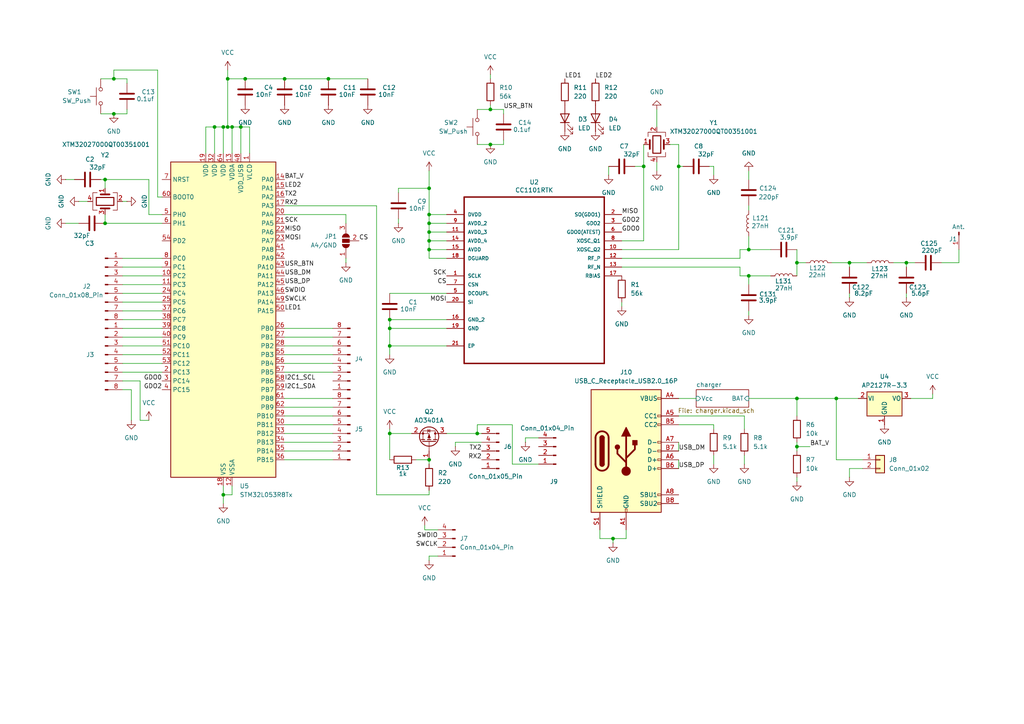
<source format=kicad_sch>
(kicad_sch (version 20231120) (generator "eeschema") (generator_version "8.0")
  (paper "A4")
  (junction (at 71.12 22.86))
  (junction (at 30.48 64.77))
  (junction (at 113.03 100.33))
  (junction (at 113.03 125.73))
  (junction (at 67.31 36.83))
  (junction (at 124.46 54.61))
  (junction (at 217.17 72.39))
  (junction (at 62.23 36.83))
  (junction (at 30.48 52.07))
  (junction (at 142.24 41.91))
  (junction (at 33.02 22.86))
  (junction (at 124.46 72.39))
  (junction (at 95.25 22.86))
  (junction (at 231.14 76.2))
  (junction (at 242.57 115.57))
  (junction (at 262.89 76.2))
  (junction (at 33.02 33.02))
  (junction (at 64.77 36.83))
  (junction (at 124.46 133.35))
  (junction (at 124.46 67.31))
  (junction (at 113.03 95.25))
  (junction (at 124.46 69.85))
  (junction (at 177.8 156.21))
  (junction (at 138.43 125.73))
  (junction (at 64.77 143.51))
  (junction (at 124.46 64.77))
  (junction (at 69.85 36.83))
  (junction (at 186.69 48.26))
  (junction (at 246.38 76.2))
  (junction (at 66.04 36.83))
  (junction (at 82.55 22.86))
  (junction (at 196.85 48.26))
  (junction (at 231.14 115.57))
  (junction (at 113.03 92.71))
  (junction (at 217.17 80.01))
  (junction (at 66.04 22.86))
  (junction (at 124.46 62.23))
  (junction (at 231.14 129.54))
  (junction (at 142.24 31.75))
  (wire (pts (xy 231.14 128.27) (xy 231.14 129.54)))
  (wire (pts (xy 177.8 157.48) (xy 177.8 156.21)))
  (wire (pts (xy 142.24 41.91) (xy 146.05 41.91)))
  (wire (pts (xy 217.17 72.39) (xy 223.52 72.39)))
  (wire (pts (xy 142.24 30.48) (xy 142.24 31.75)))
  (wire (pts (xy 207.01 132.08) (xy 207.01 134.62)))
  (wire (pts (xy 262.89 76.2) (xy 265.43 76.2)))
  (wire (pts (xy 214.63 72.39) (xy 217.17 72.39)))
  (wire (pts (xy 270.51 115.57) (xy 264.16 115.57)))
  (wire (pts (xy 231.14 115.57) (xy 231.14 120.65)))
  (wire (pts (xy 19.05 64.77) (xy 22.86 64.77)))
  (wire (pts (xy 100.33 62.23) (xy 82.55 62.23)))
  (wire (pts (xy 82.55 100.33) (xy 96.52 100.33)))
  (wire (pts (xy 40.64 121.92) (xy 43.18 121.92)))
  (wire (pts (xy 273.05 76.2) (xy 278.13 76.2)))
  (wire (pts (xy 246.38 77.47) (xy 246.38 76.2)))
  (wire (pts (xy 217.17 49.53) (xy 217.17 52.07)))
  (wire (pts (xy 66.04 36.83) (xy 66.04 22.86)))
  (wire (pts (xy 69.85 36.83) (xy 69.85 44.45)))
  (wire (pts (xy 146.05 33.02) (xy 146.05 31.75)))
  (wire (pts (xy 196.85 123.19) (xy 207.01 123.19)))
  (wire (pts (xy 196.85 41.91) (xy 196.85 48.26)))
  (wire (pts (xy 148.59 123.19) (xy 138.43 123.19)))
  (wire (pts (xy 190.5 46.99) (xy 190.5 49.53)))
  (wire (pts (xy 64.77 36.83) (xy 64.77 44.45)))
  (wire (pts (xy 129.54 85.09) (xy 113.03 85.09)))
  (wire (pts (xy 148.59 134.62) (xy 148.59 123.19)))
  (wire (pts (xy 138.43 123.19) (xy 138.43 125.73)))
  (wire (pts (xy 115.57 63.5) (xy 115.57 64.77)))
  (wire (pts (xy 176.53 48.26) (xy 176.53 50.8)))
  (wire (pts (xy 246.38 76.2) (xy 251.46 76.2)))
  (wire (pts (xy 124.46 161.29) (xy 124.46 162.56)))
  (wire (pts (xy 207.01 48.26) (xy 207.01 50.8)))
  (wire (pts (xy 127 153.67) (xy 123.19 153.67)))
  (wire (pts (xy 82.55 107.95) (xy 96.52 107.95)))
  (wire (pts (xy 35.56 102.87) (xy 46.99 102.87)))
  (wire (pts (xy 234.95 129.54) (xy 231.14 129.54)))
  (wire (pts (xy 146.05 41.91) (xy 146.05 40.64)))
  (wire (pts (xy 242.57 115.57) (xy 242.57 133.35)))
  (wire (pts (xy 127 161.29) (xy 124.46 161.29)))
  (wire (pts (xy 30.48 52.07) (xy 29.21 52.07)))
  (wire (pts (xy 231.14 129.54) (xy 231.14 130.81)))
  (wire (pts (xy 67.31 140.97) (xy 67.31 143.51)))
  (wire (pts (xy 124.46 69.85) (xy 124.46 67.31)))
  (wire (pts (xy 82.55 59.69) (xy 109.22 59.69)))
  (wire (pts (xy 173.99 153.67) (xy 173.99 156.21)))
  (wire (pts (xy 35.56 107.95) (xy 46.99 107.95)))
  (wire (pts (xy 231.14 139.7) (xy 231.14 138.43)))
  (wire (pts (xy 82.55 22.86) (xy 95.25 22.86)))
  (wire (pts (xy 207.01 48.26) (xy 205.74 48.26)))
  (wire (pts (xy 95.25 22.86) (xy 106.68 22.86)))
  (wire (pts (xy 113.03 92.71) (xy 113.03 95.25)))
  (wire (pts (xy 69.85 36.83) (xy 72.39 36.83)))
  (wire (pts (xy 30.48 52.07) (xy 30.48 54.61)))
  (wire (pts (xy 124.46 62.23) (xy 129.54 62.23)))
  (wire (pts (xy 35.56 100.33) (xy 46.99 100.33)))
  (wire (pts (xy 35.56 90.17) (xy 46.99 90.17)))
  (wire (pts (xy 119.38 125.73) (xy 113.03 125.73)))
  (wire (pts (xy 35.56 105.41) (xy 46.99 105.41)))
  (wire (pts (xy 196.85 120.65) (xy 215.9 120.65)))
  (wire (pts (xy 45.72 57.15) (xy 45.72 20.32)))
  (wire (pts (xy 35.56 77.47) (xy 46.99 77.47)))
  (wire (pts (xy 156.21 134.62) (xy 148.59 134.62)))
  (wire (pts (xy 100.33 62.23) (xy 100.33 64.77)))
  (wire (pts (xy 82.55 97.79) (xy 96.52 97.79)))
  (wire (pts (xy 72.39 36.83) (xy 72.39 44.45)))
  (wire (pts (xy 36.83 33.02) (xy 36.83 31.75)))
  (wire (pts (xy 43.18 62.23) (xy 43.18 52.07)))
  (wire (pts (xy 138.43 31.75) (xy 142.24 31.75)))
  (wire (pts (xy 231.14 115.57) (xy 242.57 115.57)))
  (wire (pts (xy 231.14 72.39) (xy 231.14 76.2)))
  (wire (pts (xy 113.03 95.25) (xy 113.03 100.33)))
  (wire (pts (xy 66.04 22.86) (xy 71.12 22.86)))
  (wire (pts (xy 113.03 125.73) (xy 113.03 133.35)))
  (wire (pts (xy 43.18 62.23) (xy 46.99 62.23)))
  (wire (pts (xy 82.55 118.11) (xy 96.52 118.11)))
  (wire (pts (xy 67.31 36.83) (xy 67.31 44.45)))
  (wire (pts (xy 120.65 133.35) (xy 124.46 133.35)))
  (wire (pts (xy 124.46 67.31) (xy 124.46 64.77)))
  (wire (pts (xy 67.31 143.51) (xy 64.77 143.51)))
  (wire (pts (xy 129.54 125.73) (xy 138.43 125.73)))
  (wire (pts (xy 124.46 69.85) (xy 129.54 69.85)))
  (wire (pts (xy 214.63 80.01) (xy 217.17 80.01)))
  (wire (pts (xy 109.22 143.51) (xy 124.46 143.51)))
  (wire (pts (xy 186.69 69.85) (xy 186.69 48.26)))
  (wire (pts (xy 113.03 125.73) (xy 113.03 124.46)))
  (wire (pts (xy 190.5 31.75) (xy 190.5 36.83)))
  (wire (pts (xy 262.89 86.36) (xy 262.89 85.09)))
  (wire (pts (xy 196.85 128.27) (xy 196.85 130.81)))
  (wire (pts (xy 36.83 24.13) (xy 36.83 22.86)))
  (wire (pts (xy 124.46 64.77) (xy 124.46 62.23)))
  (wire (pts (xy 62.23 36.83) (xy 64.77 36.83)))
  (wire (pts (xy 124.46 62.23) (xy 124.46 54.61)))
  (wire (pts (xy 196.85 41.91) (xy 194.31 41.91)))
  (wire (pts (xy 35.56 85.09) (xy 46.99 85.09)))
  (wire (pts (xy 82.55 120.65) (xy 96.52 120.65)))
  (wire (pts (xy 217.17 91.44) (xy 217.17 90.17)))
  (wire (pts (xy 35.56 87.63) (xy 46.99 87.63)))
  (wire (pts (xy 262.89 76.2) (xy 262.89 77.47)))
  (wire (pts (xy 46.99 57.15) (xy 45.72 57.15)))
  (wire (pts (xy 124.46 67.31) (xy 129.54 67.31)))
  (wire (pts (xy 35.56 97.79) (xy 46.99 97.79)))
  (wire (pts (xy 21.59 52.07) (xy 19.05 52.07)))
  (wire (pts (xy 36.83 22.86) (xy 33.02 22.86)))
  (wire (pts (xy 35.56 92.71) (xy 46.99 92.71)))
  (wire (pts (xy 30.48 64.77) (xy 46.99 64.77)))
  (wire (pts (xy 59.69 44.45) (xy 59.69 36.83)))
  (wire (pts (xy 113.03 95.25) (xy 129.54 95.25)))
  (wire (pts (xy 124.46 134.62) (xy 124.46 133.35)))
  (wire (pts (xy 66.04 22.86) (xy 66.04 20.32)))
  (wire (pts (xy 152.4 127) (xy 152.4 128.27)))
  (wire (pts (xy 67.31 36.83) (xy 69.85 36.83)))
  (wire (pts (xy 207.01 123.19) (xy 207.01 124.46)))
  (wire (pts (xy 217.17 82.55) (xy 217.17 80.01)))
  (wire (pts (xy 124.46 72.39) (xy 124.46 69.85)))
  (wire (pts (xy 33.02 33.02) (xy 36.83 33.02)))
  (wire (pts (xy 246.38 86.36) (xy 246.38 85.09)))
  (wire (pts (xy 71.12 22.86) (xy 82.55 22.86)))
  (wire (pts (xy 62.23 36.83) (xy 62.23 44.45)))
  (wire (pts (xy 214.63 74.93) (xy 214.63 72.39)))
  (wire (pts (xy 82.55 95.25) (xy 96.52 95.25)))
  (wire (pts (xy 113.03 92.71) (xy 129.54 92.71)))
  (wire (pts (xy 82.55 123.19) (xy 96.52 123.19)))
  (wire (pts (xy 138.43 125.73) (xy 139.7 125.73)))
  (wire (pts (xy 184.15 48.26) (xy 186.69 48.26)))
  (wire (pts (xy 100.33 76.2) (xy 100.33 74.93)))
  (wire (pts (xy 217.17 80.01) (xy 223.52 80.01)))
  (wire (pts (xy 113.03 100.33) (xy 113.03 102.87)))
  (wire (pts (xy 36.83 58.42) (xy 35.56 58.42)))
  (wire (pts (xy 43.18 52.07) (xy 30.48 52.07)))
  (wire (pts (xy 132.08 128.27) (xy 132.08 129.54)))
  (wire (pts (xy 64.77 143.51) (xy 64.77 146.05)))
  (wire (pts (xy 173.99 156.21) (xy 177.8 156.21)))
  (wire (pts (xy 217.17 115.57) (xy 231.14 115.57)))
  (wire (pts (xy 181.61 156.21) (xy 181.61 153.67)))
  (wire (pts (xy 35.56 74.93) (xy 46.99 74.93)))
  (wire (pts (xy 66.04 36.83) (xy 67.31 36.83)))
  (wire (pts (xy 64.77 140.97) (xy 64.77 143.51)))
  (wire (pts (xy 29.21 33.02) (xy 33.02 33.02)))
  (wire (pts (xy 138.43 41.91) (xy 142.24 41.91)))
  (wire (pts (xy 35.56 82.55) (xy 46.99 82.55)))
  (wire (pts (xy 40.64 110.49) (xy 40.64 121.92)))
  (wire (pts (xy 45.72 20.32) (xy 33.02 20.32)))
  (wire (pts (xy 124.46 54.61) (xy 124.46 49.53)))
  (wire (pts (xy 215.9 132.08) (xy 215.9 134.62)))
  (wire (pts (xy 30.48 64.77) (xy 30.48 62.23)))
  (wire (pts (xy 156.21 127) (xy 152.4 127)))
  (wire (pts (xy 82.55 133.35) (xy 96.52 133.35)))
  (wire (pts (xy 33.02 22.86) (xy 29.21 22.86)))
  (wire (pts (xy 259.08 76.2) (xy 262.89 76.2)))
  (wire (pts (xy 180.34 72.39) (xy 196.85 72.39)))
  (wire (pts (xy 64.77 36.83) (xy 66.04 36.83)))
  (wire (pts (xy 180.34 69.85) (xy 186.69 69.85)))
  (wire (pts (xy 270.51 114.3) (xy 270.51 115.57)))
  (wire (pts (xy 180.34 74.93) (xy 214.63 74.93)))
  (wire (pts (xy 115.57 55.88) (xy 115.57 54.61)))
  (wire (pts (xy 123.19 153.67) (xy 123.19 152.4)))
  (wire (pts (xy 124.46 72.39) (xy 129.54 72.39)))
  (wire (pts (xy 233.68 76.2) (xy 231.14 76.2)))
  (wire (pts (xy 215.9 120.65) (xy 215.9 124.46)))
  (wire (pts (xy 82.55 130.81) (xy 96.52 130.81)))
  (wire (pts (xy 35.56 80.01) (xy 46.99 80.01)))
  (wire (pts (xy 82.55 125.73) (xy 96.52 125.73)))
  (wire (pts (xy 139.7 128.27) (xy 132.08 128.27)))
  (wire (pts (xy 33.02 20.32) (xy 33.02 22.86)))
  (wire (pts (xy 278.13 76.2) (xy 278.13 72.39)))
  (wire (pts (xy 196.85 115.57) (xy 201.93 115.57)))
  (wire (pts (xy 186.69 41.91) (xy 186.69 48.26)))
  (wire (pts (xy 38.1 113.03) (xy 35.56 113.03)))
  (wire (pts (xy 180.34 87.63) (xy 180.34 88.9)))
  (wire (pts (xy 198.12 48.26) (xy 196.85 48.26)))
  (wire (pts (xy 35.56 95.25) (xy 46.99 95.25)))
  (wire (pts (xy 242.57 133.35) (xy 250.19 133.35)))
  (wire (pts (xy 246.38 135.89) (xy 246.38 138.43)))
  (wire (pts (xy 124.46 74.93) (xy 124.46 72.39)))
  (wire (pts (xy 25.4 58.42) (xy 22.86 58.42)))
  (wire (pts (xy 196.85 133.35) (xy 196.85 135.89)))
  (wire (pts (xy 124.46 143.51) (xy 124.46 142.24)))
  (wire (pts (xy 124.46 64.77) (xy 129.54 64.77)))
  (wire (pts (xy 129.54 74.93) (xy 124.46 74.93)))
  (wire (pts (xy 142.24 31.75) (xy 146.05 31.75)))
  (wire (pts (xy 180.34 77.47) (xy 214.63 77.47)))
  (wire (pts (xy 115.57 54.61) (xy 124.46 54.61)))
  (wire (pts (xy 231.14 76.2) (xy 231.14 80.01)))
  (wire (pts (xy 113.03 100.33) (xy 129.54 100.33)))
  (wire (pts (xy 82.55 102.87) (xy 96.52 102.87)))
  (wire (pts (xy 196.85 48.26) (xy 196.85 72.39)))
  (wire (pts (xy 250.19 135.89) (xy 246.38 135.89)))
  (wire (pts (xy 82.55 105.41) (xy 96.52 105.41)))
  (wire (pts (xy 38.1 121.92) (xy 38.1 113.03)))
  (wire (pts (xy 177.8 156.21) (xy 181.61 156.21)))
  (wire (pts (xy 217.17 59.69) (xy 217.17 60.96)))
  (wire (pts (xy 59.69 36.83) (xy 62.23 36.83)))
  (wire (pts (xy 109.22 59.69) (xy 109.22 143.51)))
  (wire (pts (xy 241.3 76.2) (xy 246.38 76.2)))
  (wire (pts (xy 82.55 115.57) (xy 96.52 115.57)))
  (wire (pts (xy 214.63 77.47) (xy 214.63 80.01)))
  (wire (pts (xy 82.55 128.27) (xy 96.52 128.27)))
  (wire (pts (xy 217.17 72.39) (xy 217.17 68.58)))
  (wire (pts (xy 35.56 110.49) (xy 40.64 110.49)))
  (wire (pts (xy 142.24 21.59) (xy 142.24 22.86)))
  (wire (pts (xy 248.92 115.57) (xy 242.57 115.57)))
  (label "CS" (at 104.14 69.85 0))
  (label "GDO0" (at 180.34 67.31 0))
  (label "LED2" (at 172.72 22.86 0))
  (label "GDO2" (at 46.99 113.03 180))
  (label "MOSI" (at 129.54 87.63 180))
  (label "GDO0" (at 46.99 110.49 180))
  (label "MISO" (at 180.34 62.23 0))
  (label "MOSI" (at 82.55 69.85 0))
  (label "RX2" (at 139.7 133.35 180))
  (label "LED2" (at 82.55 54.61 0))
  (label "RX2" (at 82.55 59.69 0))
  (label "SCK" (at 129.54 80.01 180))
  (label "CS" (at 129.54 82.55 180))
  (label "TX2" (at 82.55 57.15 0))
  (label "LED1" (at 82.55 90.17 0))
  (label "USR_BTN" (at 146.05 31.75 0))
  (label "TX2" (at 139.7 130.81 180))
  (label "USB_DM" (at 196.85 130.81 0))
  (label "BAT_V" (at 234.95 129.54 0))
  (label "SWDIO" (at 82.55 85.09 0))
  (label "LED1" (at 163.83 22.86 0))
  (label "I2C1_SCL" (at 82.55 110.49 0))
  (label "BAT_V" (at 82.55 52.07 0))
  (label "SWCLK" (at 127 158.75 180))
  (label "MISO" (at 82.55 67.31 0))
  (label "USB_DP" (at 196.85 135.89 0))
  (label "GDO2" (at 180.34 64.77 0))
  (label "SCK" (at 82.55 64.77 0))
  (label "SWDIO" (at 127 156.21 180))
  (label "USB_DP" (at 82.55 82.55 0))
  (label "I2C1_SDA" (at 82.55 113.03 0))
  (label "USB_DM" (at 82.55 80.01 0))
  (label "SWCLK" (at 82.55 87.63 0))
  (label "USR_BTN" (at 82.55 77.47 0))
  (symbol (lib_id "power:GND") (at 172.72 38.1 0) (unit 1)
    (property "Reference" "#PWR047" (effects (hide yes)))
    (property "Value" "GND" (at 172.72 43.18 0))
    (property "Description" "Power symbol creates a global label with name \"GND\" , ground" (effects (hide yes)))
  )
  (symbol (lib_id "power:VCC") (at 124.46 49.53 0) (unit 1)
    (property "Reference" "#PWR011" (effects (hide yes)))
    (property "Value" "VCC" (at 124.46 44.45 0))
    (property "Description" "Power symbol creates a global label with name \"VCC\"" (effects (hide yes)))
  )
  (symbol (lib_id "Device:L") (at 227.33 80.01 90) (unit 1)
    (property "Reference" "L131" (at 224.79 81.534 90) (effects (justify right)))
    (property "Value" "27nH" (at 224.79 83.566 90) (effects (justify right)))
    (property "Footprint" "Inductor_SMD:L_0402_1005Metric" (effects (hide yes)))
  )
  (symbol (lib_id "Connector:USB_C_Receptacle_USB2.0_16P") (at 181.61 130.81 0) (unit 1)
    (property "Reference" "J10" (at 181.61 107.95 0))
    (property "Value" "USB_C_Receptacle_USB2.0_16P" (at 181.61 110.49 0))
    (property "Footprint" "Connector_USB:USB_C_Receptacle_Palconn_UTC16-G" (effects (hide yes)))
    (property "Datasheet" "https://www.usb.org/sites/default/files/documents/usb_type-c.zip" (effects (hide yes)))
    (property "Description" "C2927039" (effects (hide yes)))
  )
  (symbol (lib_id "Regulator_Linear:AP2127R-3.3") (at 256.54 115.57 0) (unit 1)
    (property "Reference" "U4" (at 256.54 109.22 0))
    (property "Value" "AP2127R-3.3" (at 256.54 111.76 0))
    (property "Footprint" "Package_TO_SOT_SMD:SOT-89-3" (effects (hide yes)))
    (property "Datasheet" "https://www.diodes.com/assets/Datasheets/AP2127.pdf" (effects (hide yes)))
    (property "Description" "300mA low dropout linear regulator, shutdown pin, 2.5V-6V input voltage, 3.3V fixed positive output, SOT-89 package" (effects (hide yes)))
  )
  (symbol (lib_id "power:GND") (at 22.86 58.42 270) (unit 1)
    (property "Reference" "#PWR017" (effects (hide yes)))
    (property "Value" "GND" (at 17.78 58.42 0))
    (property "Description" "Power symbol creates a global label with name \"GND\" , ground" (effects (hide yes)))
  )
  (symbol (lib_id "Device:R") (at 180.34 83.82 0) (unit 1)
    (property "Reference" "R1" (at 182.88 82.5499 0) (effects (justify left)))
    (property "Value" "56k" (at 182.88 85.0899 0) (effects (justify left)))
    (property "Footprint" "Capacitor_SMD:C_0201_0603Metric_Pad0.64x0.40mm_HandSolder" (effects (hide yes)))
    (property "Description" "Resistor" (effects (hide yes)))
  )
  (symbol (lib_id "power:GND") (at 176.53 50.8 0) (unit 1)
    (property "Reference" "#PWR08" (effects (hide yes)))
    (property "Value" "GND" (at 176.53 55.88 0))
    (property "Description" "Power symbol creates a global label with name \"GND\" , ground" (effects (hide yes)))
  )
  (symbol (lib_id "power:GND") (at 246.38 86.36 0) (unit 1)
    (property "Reference" "#PWR03" (effects (hide yes)))
    (property "Value" "GND" (at 246.38 91.44 0))
    (property "Description" "Power symbol creates a global label with name \"GND\" , ground" (effects (hide yes)))
  )
  (symbol (lib_id "Device:C") (at 269.24 76.2 90) (mirror x) (unit 1)
    (property "Reference" "C125" (at 272.034 70.612 90) (effects (justify left)))
    (property "Value" "220pF" (at 273.304 72.644 90) (effects (justify left)))
    (property "Footprint" "Capacitor_SMD:C_0402_1005Metric" (effects (hide yes)))
  )
  (symbol (lib_id "power:GND") (at 262.89 86.36 0) (unit 1)
    (property "Reference" "#PWR04" (effects (hide yes)))
    (property "Value" "GND" (at 262.89 91.44 0))
    (property "Description" "Power symbol creates a global label with name \"GND\" , ground" (effects (hide yes)))
  )
  (symbol (lib_id "power:GND") (at 142.24 41.91 0) (unit 1)
    (property "Reference" "#PWR044" (effects (hide yes)))
    (property "Value" "GND" (at 142.24 46.99 0))
    (property "Description" "Power symbol creates a global label with name \"GND\" , ground" (effects (hide yes)))
  )
  (symbol (lib_id "Device:L") (at 255.27 76.2 90) (unit 1)
    (property "Reference" "L123" (at 252.73 77.978 90) (effects (justify right)))
    (property "Value" "27nH" (at 252.476 80.01 90) (effects (justify right)))
    (property "Footprint" "Inductor_SMD:L_0402_1005Metric" (effects (hide yes)))
  )
  (symbol (lib_id "power:GND") (at 207.01 50.8 0) (unit 1)
    (property "Reference" "#PWR07" (effects (hide yes)))
    (property "Value" "GND" (at 207.01 55.88 0))
    (property "Description" "Power symbol creates a global label with name \"GND\" , ground" (effects (hide yes)))
  )
  (symbol (lib_id "power:VCC") (at 43.18 121.92 0) (unit 1)
    (property "Reference" "#PWR019" (effects (hide yes)))
    (property "Value" "VCC" (at 43.18 116.84 0))
    (property "Description" "Power symbol creates a global label with name \"VCC\"" (effects (hide yes)))
  )
  (symbol (lib_id "power:GND") (at 152.4 128.27 0) (unit 1)
    (property "Reference" "#PWR033" (effects (hide yes)))
    (property "Value" "GND" (at 152.4 133.35 0))
    (property "Description" "Power symbol creates a global label with name \"GND\" , ground" (effects (hide yes)))
  )
  (symbol (lib_id "Device:Crystal_GND24") (at 30.48 58.42 270) (unit 1)
    (property "Reference" "Y2" (at 30.48 44.958 90))
    (property "Value" "XTM32027000QT00351001" (at 30.734 41.91 90))
    (property "Footprint" "Crystal:Crystal_SMD_3225-4Pin_3.2x2.5mm_HandSoldering" (effects (hide yes)))
    (property "Description" "Four pin crystal, GND on pins 2 and 4" (effects (hide yes)))
  )
  (symbol (lib_id "Device:C") (at 115.57 59.69 0) (mirror y) (unit 1)
    (property "Reference" "C9" (at 123.698 58.42 0) (effects (justify left)))
    (property "Value" "10nF" (at 123.444 60.452 0) (effects (justify left)))
    (property "Footprint" "Capacitor_SMD:C_0402_1005Metric" (effects (hide yes)))
  )
  (symbol (lib_id "CC1101RTK:CC1101RTK") (at 154.94 77.47 0) (unit 1)
    (property "Reference" "U2" (at 154.94 52.832 0))
    (property "Value" "CC1101RTK" (at 154.94 55.1434 0))
    (property "Footprint" "Package_DFN_QFN:QFN-20-1EP_4x4mm_P0.5mm_EP2.5x2.5mm" (effects (hide yes)))
    (property "Datasheet" "1555264" (effects (hide yes)))
    (property "Feld4" "50M8833" (effects (hide yes)))
    (property "Feld5" "CC1101RTK" (effects (hide yes)))
    (property "Feld6" "QFN-20" (effects (hide yes)))
    (property "Feld7" "Texas Instruments" (effects (hide yes)))
  )
  (symbol (lib_id "Device:LED") (at 172.72 34.29 90) (unit 1)
    (property "Reference" "D4" (at 176.53 34.6074 90) (effects (justify right)))
    (property "Value" "LED" (at 176.53 37.1474 90) (effects (justify right)))
    (property "Footprint" "LED_SMD:LED_0603_1608Metric_Pad1.05x0.95mm_HandSolder" (effects (hide yes)))
    (property "Description" "Light emitting diode" (effects (hide yes)))
  )
  (symbol (lib_id "power:GND") (at 256.54 123.19 0) (unit 1)
    (property "Reference" "#PWR031" (effects (hide yes)))
    (property "Value" "GND" (at 256.54 128.27 0))
    (property "Description" "Power symbol creates a global label with name \"GND\" , ground" (effects (hide yes)))
  )
  (symbol (lib_id "Device:Crystal_GND24") (at 190.5 41.91 0) (unit 1)
    (property "Reference" "Y1" (at 207.01 35.5914 0))
    (property "Value" "XTM32027000QT00351001" (at 207.01 38.1314 0))
    (property "Footprint" "Crystal:Crystal_SMD_3225-4Pin_3.2x2.5mm_HandSoldering" (effects (hide yes)))
    (property "Description" "Four pin crystal, GND on pins 2 and 4" (effects (hide yes)))
  )
  (symbol (lib_id "power:GND") (at 246.38 138.43 0) (unit 1)
    (property "Reference" "#PWR030" (effects (hide yes)))
    (property "Value" "GND" (at 246.38 143.51 0))
    (property "Description" "Power symbol creates a global label with name \"GND\" , ground" (effects (hide yes)))
  )
  (symbol (lib_id "power:VCC") (at 123.19 152.4 0) (unit 1)
    (property "Reference" "#PWR041" (effects (hide yes)))
    (property "Value" "VCC" (at 123.19 147.32 0))
    (property "Description" "Power symbol creates a global label with name \"VCC\"" (effects (hide yes)))
  )
  (symbol (lib_id "power:GND") (at 100.33 76.2 0) (unit 1)
    (property "Reference" "#PWR010" (effects (hide yes)))
    (property "Value" "GND" (at 100.33 81.28 0))
    (property "Description" "Power symbol creates a global label with name \"GND\" , ground" (effects (hide yes)))
  )
  (symbol (lib_id "Device:L") (at 217.17 64.77 180) (unit 1)
    (property "Reference" "L121" (at 218.186 63.246 0) (effects (justify right)))
    (property "Value" "27nH" (at 217.932 65.532 0) (effects (justify right)))
    (property "Footprint" "Inductor_SMD:L_0402_1005Metric" (effects (hide yes)))
  )
  (symbol (lib_id "Connector:Conn_01x08_Pin") (at 101.6 105.41 180) (unit 1)
    (property "Reference" "J4" (at 102.87 104.1399 0) (effects (justify right)))
    (property "Value" "Conn_01x08_Pin" (effects (hide yes)))
    (property "Footprint" "Connector_PinHeader_2.54mm:PinHeader_1x08_P2.54mm_Vertical" (effects (hide yes)))
    (property "Description" "Generic connector, single row, 01x08, script generated" (effects (hide yes)))
  )
  (symbol (lib_id "power:GND") (at 190.5 49.53 0) (unit 1)
    (property "Reference" "#PWR05" (effects (hide yes)))
    (property "Value" "GND" (at 190.5 54.61 0))
    (property "Description" "Power symbol creates a global label with name \"GND\" , ground" (effects (hide yes)))
  )
  (symbol (lib_id "Device:C") (at 262.89 81.28 0) (mirror y) (unit 1)
    (property "Reference" "C123" (at 268.732 83.312 0) (effects (justify left)))
    (property "Value" "5.6pF" (at 269.748 85.09 0) (effects (justify left)))
    (property "Footprint" "Capacitor_SMD:C_0402_1005Metric" (effects (hide yes)))
  )
  (symbol (lib_id "Jumper:SolderJumper_3_Open") (at 100.33 69.85 90) (unit 1) (exclude_from_sim yes) (in_bom no)
    (property "Reference" "JP1" (at 97.79 68.5799 90) (effects (justify left)))
    (property "Value" "A4/GND" (at 97.79 71.1199 90) (effects (justify left)))
    (property "Footprint" "Jumper:SolderJumper-3_P2.0mm_Open_TrianglePad1.0x1.5mm_NumberLabels" (effects (hide yes)))
    (property "Description" "Solder Jumper, 3-pole, open" (effects (hide yes)))
  )
  (symbol (lib_id "Device:C") (at 146.05 36.83 0) (mirror y) (unit 1)
    (property "Reference" "C14" (at 154.178 35.56 0) (effects (justify left)))
    (property "Value" "0.1uf" (at 153.924 37.592 0) (effects (justify left)))
    (property "Footprint" "Capacitor_SMD:C_0402_1005Metric" (effects (hide yes)))
  )
  (symbol (lib_id "power:GND") (at 82.55 30.48 0) (unit 1)
    (property "Reference" "#PWR034" (effects (hide yes)))
    (property "Value" "GND" (at 82.55 35.56 0))
    (property "Description" "Power symbol creates a global label with name \"GND\" , ground" (effects (hide yes)))
  )
  (symbol (lib_id "power:VCC") (at 113.03 124.46 0) (unit 1)
    (property "Reference" "#PWR023" (effects (hide yes)))
    (property "Value" "VCC" (at 113.03 119.38 0))
    (property "Description" "Power symbol creates a global label with name \"VCC\"" (effects (hide yes)))
  )
  (symbol (lib_id "Device:L") (at 237.49 76.2 90) (unit 1)
    (property "Reference" "L122" (at 234.696 77.724 90) (effects (justify right)))
    (property "Value" "22nH" (at 234.442 79.756 90) (effects (justify right)))
    (property "Footprint" "Inductor_SMD:L_0402_1005Metric" (effects (hide yes)))
  )
  (symbol (lib_id "power:GND") (at 19.05 64.77 270) (unit 1)
    (property "Reference" "#PWR018" (effects (hide yes)))
    (property "Value" "GND" (at 13.97 64.77 0))
    (property "Description" "Power symbol creates a global label with name \"GND\" , ground" (effects (hide yes)))
  )
  (symbol (lib_id "Device:R") (at 124.46 138.43 0) (unit 1)
    (property "Reference" "R2" (at 127 137.1599 0) (effects (justify left)))
    (property "Value" "220" (at 127 139.6999 0) (effects (justify left)))
    (property "Footprint" "Resistor_SMD:R_0201_0603Metric_Pad0.64x0.40mm_HandSolder" (effects (hide yes)))
    (property "Description" "Resistor" (effects (hide yes)))
  )
  (symbol (lib_id "Device:C") (at 82.55 26.67 0) (mirror y) (unit 1)
    (property "Reference" "C10" (at 90.678 25.4 0) (effects (justify left)))
    (property "Value" "10nF" (at 90.424 27.432 0) (effects (justify left)))
    (property "Footprint" "Capacitor_SMD:C_0402_1005Metric" (effects (hide yes)))
  )
  (symbol (lib_id "Device:C") (at 246.38 81.28 0) (mirror y) (unit 1)
    (property "Reference" "C122" (at 252.222 83.312 0) (effects (justify left)))
    (property "Value" "8.2pF" (at 253.238 85.09 0) (effects (justify left)))
    (property "Footprint" "Capacitor_SMD:C_0402_1005Metric" (effects (hide yes)))
  )
  (symbol (lib_id "power:GND") (at 33.02 33.02 0) (unit 1)
    (property "Reference" "#PWR043" (effects (hide yes)))
    (property "Value" "GND" (at 33.02 38.1 0))
    (property "Description" "Power symbol creates a global label with name \"GND\" , ground" (effects (hide yes)))
  )
  (symbol (lib_id "Connector:Conn_01x01_Male") (at 278.13 67.31 270) (unit 1)
    (property "Reference" "J1" (at 277.622 69.342 90) (effects (justify right)))
    (property "Value" "Ant." (at 279.908 65.786 90) (effects (justify right)))
    (property "Footprint" "Connector_PinHeader_1.00mm:PinHeader_1x01_P1.00mm_Vertical" (effects (hide yes)))
  )
  (symbol (lib_id "Device:C") (at 36.83 27.94 0) (mirror y) (unit 1)
    (property "Reference" "C13" (at 44.958 26.67 0) (effects (justify left)))
    (property "Value" "0.1uf" (at 44.704 28.702 0) (effects (justify left)))
    (property "Footprint" "Capacitor_SMD:C_0402_1005Metric" (effects (hide yes)))
  )
  (symbol (lib_id "power:GND") (at 124.46 162.56 0) (unit 1)
    (property "Reference" "#PWR040" (effects (hide yes)))
    (property "Value" "GND" (at 124.46 167.64 0))
    (property "Description" "Power symbol creates a global label with name \"GND\" , ground" (effects (hide yes)))
  )
  (symbol (lib_id "Device:R") (at 116.84 133.35 270) (unit 1)
    (property "Reference" "R13" (at 116.84 135.636 90))
    (property "Value" "1k" (at 116.84 137.414 90))
    (property "Footprint" "Resistor_SMD:R_0201_0603Metric_Pad0.64x0.40mm_HandSolder" (effects (hide yes)))
    (property "Description" "Resistor" (effects (hide yes)))
  )
  (symbol (lib_id "power:GND") (at 95.25 30.48 0) (unit 1)
    (property "Reference" "#PWR035" (effects (hide yes)))
    (property "Value" "GND" (at 95.25 35.56 0))
    (property "Description" "Power symbol creates a global label with name \"GND\" , ground" (effects (hide yes)))
  )
  (symbol (lib_id "power:GND") (at 177.8 157.48 0) (unit 1)
    (property "Reference" "#PWR029" (effects (hide yes)))
    (property "Value" "GND" (at 177.8 162.56 0))
    (property "Description" "Power symbol creates a global label with name \"GND\" , ground" (effects (hide yes)))
  )
  (symbol (lib_id "power:GND") (at 217.17 91.44 0) (unit 1)
    (property "Reference" "#PWR01" (effects (hide yes)))
    (property "Value" "GND" (at 217.17 96.52 0))
    (property "Description" "Power symbol creates a global label with name \"GND\" , ground" (effects (hide yes)))
  )
  (symbol (lib_id "Device:C") (at 95.25 26.67 0) (mirror y) (unit 1)
    (property "Reference" "C11" (at 103.378 25.4 0) (effects (justify left)))
    (property "Value" "10nF" (at 103.124 27.432 0) (effects (justify left)))
    (property "Footprint" "Capacitor_SMD:C_0402_1005Metric" (effects (hide yes)))
  )
  (symbol (lib_id "power:GND") (at 231.14 139.7 0) (unit 1)
    (property "Reference" "#PWR037" (effects (hide yes)))
    (property "Value" "GND" (at 231.14 144.78 0))
    (property "Description" "Power symbol creates a global label with name \"GND\" , ground" (effects (hide yes)))
  )
  (symbol (lib_id "Device:C") (at 71.12 26.67 0) (mirror y) (unit 1)
    (property "Reference" "C4" (at 79.248 25.4 0) (effects (justify left)))
    (property "Value" "10nF" (at 78.994 27.432 0) (effects (justify left)))
    (property "Footprint" "Capacitor_SMD:C_0402_1005Metric" (effects (hide yes)))
  )
  (symbol (lib_id "power:GND") (at 64.77 146.05 0) (unit 1)
    (property "Reference" "#PWR014" (effects (hide yes)))
    (property "Value" "GND" (at 64.77 151.13 0))
    (property "Description" "Power symbol creates a global label with name \"GND\" , ground" (effects (hide yes)))
  )
  (symbol (lib_id "Device:LED") (at 163.83 34.29 90) (unit 1)
    (property "Reference" "D3" (at 167.64 34.6074 90) (effects (justify right)))
    (property "Value" "LED" (at 167.64 37.1474 90) (effects (justify right)))
    (property "Footprint" "LED_SMD:LED_0603_1608Metric_Pad1.05x0.95mm_HandSolder" (effects (hide yes)))
    (property "Description" "Light emitting diode" (effects (hide yes)))
  )
  (symbol (lib_id "Device:C") (at 25.4 52.07 90) (mirror x) (unit 1)
    (property "Reference" "C2" (at 27.432 46.228 90) (effects (justify left)))
    (property "Value" "32pF" (at 30.734 48.514 90) (effects (justify left)))
    (property "Footprint" "Capacitor_SMD:C_0402_1005Metric" (effects (hide yes)))
  )
  (symbol (lib_id "Device:C") (at 26.67 64.77 270) (mirror x) (unit 1)
    (property "Reference" "C3" (at 24.638 70.612 90) (effects (justify left)))
    (property "Value" "32pF" (at 21.336 68.326 90) (effects (justify left)))
    (property "Footprint" "Capacitor_SMD:C_0402_1005Metric" (effects (hide yes)))
  )
  (symbol (lib_id "power:GND") (at 36.83 58.42 90) (unit 1)
    (property "Reference" "#PWR016" (effects (hide yes)))
    (property "Value" "GND" (at 41.91 58.42 0))
    (property "Description" "Power symbol creates a global label with name \"GND\" , ground" (effects (hide yes)))
  )
  (symbol (lib_id "Connector_Generic:Conn_01x02") (at 255.27 133.35 0) (unit 1)
    (property "Reference" "J8" (at 257.81 133.3499 0) (effects (justify left)))
    (property "Value" "Conn_01x02" (at 257.81 135.8899 0) (effects (justify left)))
    (property "Footprint" "Connector_PinHeader_2.54mm:PinHeader_1x02_P2.54mm_Vertical" (effects (hide yes)))
    (property "Description" "Generic connector, single row, 01x02, script generated (kicad-library-utils/schlib/autogen/connector/)" (effects (hide yes)))
  )
  (symbol (lib_id "power:GND") (at 106.68 30.48 0) (unit 1)
    (property "Reference" "#PWR042" (effects (hide yes)))
    (property "Value" "GND" (at 106.68 35.56 0))
    (property "Description" "Power symbol creates a global label with name \"GND\" , ground" (effects (hide yes)))
  )
  (symbol (lib_id "Device:R") (at 215.9 128.27 0) (unit 1)
    (property "Reference" "R8" (at 218.44 126.9999 0) (effects (justify left)))
    (property "Value" "5.1k" (at 218.44 129.5399 0) (effects (justify left)))
    (property "Footprint" "Resistor_SMD:R_0201_0603Metric_Pad0.64x0.40mm_HandSolder" (effects (hide yes)))
    (property "Description" "Resistor" (effects (hide yes)))
  )
  (symbol (lib_id "Connector:Conn_01x04_Pin") (at 132.08 158.75 180) (unit 1)
    (property "Reference" "J7" (at 133.35 156.2099 0) (effects (justify right)))
    (property "Value" "Conn_01x04_Pin" (at 133.35 158.7499 0) (effects (justify right)))
    (property "Footprint" "Connector_PinHeader_2.54mm:PinHeader_1x04_P2.54mm_Vertical" (effects (hide yes)))
    (property "Description" "Generic connector, single row, 01x04, script generated" (effects (hide yes)))
  )
  (symbol (lib_id "power:GND") (at 163.83 38.1 0) (unit 1)
    (property "Reference" "#PWR046" (effects (hide yes)))
    (property "Value" "GND" (at 163.83 43.18 0))
    (property "Description" "Power symbol creates a global label with name \"GND\" , ground" (effects (hide yes)))
  )
  (symbol (lib_id "power:GND") (at 207.01 134.62 0) (unit 1)
    (property "Reference" "#PWR038" (effects (hide yes)))
    (property "Value" "GND" (at 207.01 139.7 0))
    (property "Description" "Power symbol creates a global label with name \"GND\" , ground" (effects (hide yes)))
  )
  (symbol (lib_id "power:GND") (at 115.57 64.77 0) (unit 1)
    (property "Reference" "#PWR036" (effects (hide yes)))
    (property "Value" "GND" (at 115.57 69.85 0))
    (property "Description" "Power symbol creates a global label with name \"GND\" , ground" (effects (hide yes)))
  )
  (symbol (lib_id "Connector:Conn_01x08_Pin") (at 30.48 82.55 0) (unit 1)
    (property "Reference" "J2" (at 25.146 83.058 0))
    (property "Value" "Conn_01x08_Pin" (at 22.098 85.598 0))
    (property "Footprint" "Connector_PinHeader_2.54mm:PinHeader_1x08_P2.54mm_Vertical" (effects (hide yes)))
    (property "Description" "Generic connector, single row, 01x08, script generated" (effects (hide yes)))
  )
  (symbol (lib_id "Device:C") (at 227.33 72.39 90) (mirror x) (unit 1)
    (property "Reference" "C121" (at 230.632 66.802 90) (effects (justify left)))
    (property "Value" "3.9pF" (at 231.648 68.834 90) (effects (justify left)))
    (property "Footprint" "Capacitor_SMD:C_0402_1005Metric" (effects (hide yes)))
  )
  (symbol (lib_id "Connector:Conn_01x05_Pin") (at 144.78 130.81 180) (unit 1)
    (property "Reference" "J6" (at 146.05 129.5399 0) (effects (justify right)))
    (property "Value" "Conn_01x05_Pin" (at 135.89 138.176 0) (effects (justify right)))
    (property "Footprint" "Connector_PinHeader_1.00mm:PinHeader_1x05_P1.00mm_Vertical" (effects (hide yes)))
    (property "Description" "Generic connector, single row, 01x05, script generated" (effects (hide yes)))
  )
  (symbol (lib_id "Device:R") (at 231.14 134.62 0) (unit 1)
    (property "Reference" "R7" (at 233.68 133.3499 0) (effects (justify left)))
    (property "Value" "10k" (at 233.68 135.8899 0) (effects (justify left)))
    (property "Footprint" "Resistor_SMD:R_0201_0603Metric_Pad0.64x0.40mm_HandSolder" (effects (hide yes)))
    (property "Description" "Resistor" (effects (hide yes)))
  )
  (symbol (lib_id "Device:C") (at 217.17 55.88 0) (mirror y) (unit 1)
    (property "Reference" "C124" (at 225.298 54.61 0) (effects (justify left)))
    (property "Value" "220pF" (at 226.06 57.15 0) (effects (justify left)))
    (property "Footprint" "Capacitor_SMD:C_0402_1005Metric" (effects (hide yes)))
  )
  (symbol (lib_id "Device:R") (at 207.01 128.27 0) (unit 1)
    (property "Reference" "R9" (at 209.55 126.9999 0) (effects (justify left)))
    (property "Value" "5.1k" (at 209.55 129.5399 0) (effects (justify left)))
    (property "Footprint" "Resistor_SMD:R_0201_0603Metric_Pad0.64x0.40mm_HandSolder" (effects (hide yes)))
    (property "Description" "Resistor" (effects (hide yes)))
  )
  (symbol (lib_id "power:GND") (at 71.12 30.48 0) (unit 1)
    (property "Reference" "#PWR021" (effects (hide yes)))
    (property "Value" "GND" (at 71.12 35.56 0))
    (property "Description" "Power symbol creates a global label with name \"GND\" , ground" (effects (hide yes)))
  )
  (symbol (lib_id "Switch:SW_Push") (at 138.43 36.83 90) (unit 1)
    (property "Reference" "SW2" (at 128.778 35.56 90) (effects (justify right)))
    (property "Value" "SW_Push" (at 127.254 38.1 90) (effects (justify right)))
    (property "Footprint" "custom:SW_5.6_3.1" (effects (hide yes)))
    (property "Description" "Push button switch, generic, two pins" (effects (hide yes)))
  )
  (symbol (lib_id "power:GND") (at 113.03 102.87 0) (unit 1)
    (property "Reference" "#PWR012" (effects (hide yes)))
    (property "Value" "GND" (at 113.03 107.95 0))
    (property "Description" "Power symbol creates a global label with name \"GND\" , ground" (effects (hide yes)))
  )
  (symbol (lib_id "Transistor_FET:AO3401A") (at 124.46 128.27 270) (mirror x) (unit 1)
    (property "Reference" "Q2" (at 124.46 119.38 90))
    (property "Value" "AO3401A" (at 124.46 121.92 90))
    (property "Footprint" "Package_TO_SOT_SMD:SOT-23" (effects (hide yes)))
    (property "Datasheet" "http://www.aosmd.com/pdfs/datasheet/AO3401A.pdf" (effects (hide yes)))
    (property "Description" "-4.0A Id, -30V Vds, P-Channel MOSFET, SOT-23" (effects (hide yes)))
  )
  (symbol (lib_id "power:VCC") (at 270.51 114.3 0) (unit 1)
    (property "Reference" "#PWR032" (effects (hide yes)))
    (property "Value" "VCC" (at 270.51 109.22 0))
    (property "Description" "Power symbol creates a global label with name \"VCC\"" (effects (hide yes)))
  )
  (symbol (lib_id "Device:C") (at 217.17 86.36 0) (mirror y) (unit 1)
    (property "Reference" "C131" (at 225.298 85.344 0) (effects (justify left)))
    (property "Value" "3.9pF" (at 225.552 87.122 0) (effects (justify left)))
    (property "Footprint" "Capacitor_SMD:C_0402_1005Metric" (effects (hide yes)))
  )
  (symbol (lib_id "power:GND") (at 190.5 31.75 180) (unit 1)
    (property "Reference" "#PWR06" (effects (hide yes)))
    (property "Value" "GND" (at 190.5 26.67 0))
    (property "Description" "Power symbol creates a global label with name \"GND\" , ground" (effects (hide yes)))
  )
  (symbol (lib_id "Device:R") (at 163.83 26.67 0) (unit 1)
    (property "Reference" "R11" (at 166.37 25.3999 0) (effects (justify left)))
    (property "Value" "220" (at 166.37 27.9399 0) (effects (justify left)))
    (property "Footprint" "Resistor_SMD:R_0201_0603Metric_Pad0.64x0.40mm_HandSolder" (effects (hide yes)))
    (property "Description" "Resistor" (effects (hide yes)))
  )
  (symbol (lib_id "power:GND") (at 132.08 129.54 0) (unit 1)
    (property "Reference" "#PWR022" (effects (hide yes)))
    (property "Value" "GND" (at 132.08 134.62 0))
    (property "Description" "Power symbol creates a global label with name \"GND\" , ground" (effects (hide yes)))
  )
  (symbol (lib_id "power:GND") (at 215.9 134.62 0) (unit 1)
    (property "Reference" "#PWR039" (effects (hide yes)))
    (property "Value" "GND" (at 215.9 139.7 0))
    (property "Description" "Power symbol creates a global label with name \"GND\" , ground" (effects (hide yes)))
  )
  (symbol (lib_id "Connector:Conn_01x08_Pin") (at 101.6 125.73 180) (unit 1)
    (property "Reference" "J5" (at 102.87 124.4599 0) (effects (justify right)))
    (property "Value" "Conn_01x08_Pin" (effects (hide yes)))
    (property "Footprint" "Connector_PinHeader_2.54mm:PinHeader_1x08_P2.54mm_Vertical" (effects (hide yes)))
    (property "Description" "Generic connector, single row, 01x08, script generated" (effects (hide yes)))
  )
  (symbol (lib_id "Device:C") (at 106.68 26.67 0) (mirror y) (unit 1)
    (property "Reference" "C12" (at 114.808 25.4 0) (effects (justify left)))
    (property "Value" "10nF" (at 114.554 27.432 0) (effects (justify left)))
    (property "Footprint" "Capacitor_SMD:C_0402_1005Metric" (effects (hide yes)))
  )
  (symbol (lib_id "Device:C") (at 113.03 88.9 0) (mirror y) (unit 1)
    (property "Reference" "C1" (at 121.158 87.63 0) (effects (justify left)))
    (property "Value" "10nF" (at 120.904 89.662 0) (effects (justify left)))
    (property "Footprint" "Capacitor_SMD:C_0402_1005Metric" (effects (hide yes)))
  )
  (symbol (lib_id "power:GND") (at 217.17 49.53 180) (unit 1)
    (property "Reference" "#PWR02" (effects (hide yes)))
    (property "Value" "GND" (at 217.17 44.45 0))
    (property "Description" "Power symbol creates a global label with name \"GND\" , ground" (effects (hide yes)))
  )
  (symbol (lib_id "Connector:Conn_01x04_Pin") (at 161.29 132.08 180) (unit 1)
    (property "Reference" "J9" (at 160.655 139.7 0))
    (property "Value" "Conn_01x04_Pin" (at 158.75 124.206 0))
    (property "Footprint" "Connector_PinHeader_2.00mm:PinHeader_1x04_P2.00mm_Vertical" (effects (hide yes)))
    (property "Description" "Generic connector, single row, 01x04, script generated" (effects (hide yes)))
  )
  (symbol (lib_id "power:GND") (at 180.34 88.9 0) (unit 1)
    (property "Reference" "#PWR09" (effects (hide yes)))
    (property "Value" "GND" (at 180.34 93.98 0))
    (property "Description" "Power symbol creates a global label with name \"GND\" , ground" (effects (hide yes)))
  )
  (symbol (lib_id "Device:R") (at 172.72 26.67 0) (unit 1)
    (property "Reference" "R12" (at 175.26 25.3999 0) (effects (justify left)))
    (property "Value" "220" (at 175.26 27.9399 0) (effects (justify left)))
    (property "Footprint" "Resistor_SMD:R_0201_0603Metric_Pad0.64x0.40mm_HandSolder" (effects (hide yes)))
    (property "Description" "Resistor" (effects (hide yes)))
  )
  (symbol (lib_id "Device:C") (at 201.93 48.26 90) (mirror x) (unit 1)
    (property "Reference" "C8" (at 203.962 42.418 90) (effects (justify left)))
    (property "Value" "32pF" (at 207.264 44.704 90) (effects (justify left)))
    (property "Footprint" "Capacitor_SMD:C_0402_1005Metric" (effects (hide yes)))
  )
  (symbol (lib_id "MCU_ST_STM32L0:STM32L053R8Tx") (at 64.77 92.71 0) (unit 1)
    (property "Reference" "U5" (at 69.5041 140.97 0) (effects (justify left)))
    (property "Value" "STM32L053R8Tx" (at 69.5041 143.51 0) (effects (justify left)))
    (property "Footprint" "Package_QFP:LQFP-64_10x10mm_P0.5mm" (effects (hide yes)))
    (property "Datasheet" "https://www.st.com/resource/en/datasheet/stm32l053r8.pdf" (effects (hide yes)))
    (property "Description" "STMicroelectronics Arm Cortex-M0+ MCU, 64KB flash, 8KB RAM, 32 MHz, 1.65-3.6V, 51 GPIO, LQFP64" (effects (hide yes)))
  )
  (symbol (lib_id "Connector:Conn_01x08_Pin") (at 30.48 102.87 0) (unit 1)
    (property "Reference" "J3" (at 26.162 102.87 0))
    (property "Value" "Conn_01x08_Pin" (effects (hide yes)))
    (property "Footprint" "Connector_PinHeader_2.54mm:PinHeader_1x08_P2.54mm_Vertical" (effects (hide yes)))
    (property "Description" "Generic connector, single row, 01x08, script generated" (effects (hide yes)))
  )
  (symbol (lib_id "Device:R") (at 231.14 124.46 0) (unit 1)
    (property "Reference" "R6" (at 233.68 123.1899 0) (effects (justify left)))
    (property "Value" "10k" (at 233.68 125.7299 0) (effects (justify left)))
    (property "Footprint" "Resistor_SMD:R_0201_0603Metric_Pad0.64x0.40mm_HandSolder" (effects (hide yes)))
    (property "Description" "Resistor" (effects (hide yes)))
  )
  (symbol (lib_id "power:VCC") (at 142.24 21.59 0) (unit 1)
    (property "Reference" "#PWR045" (effects (hide yes)))
    (property "Value" "VCC" (at 142.24 16.51 0))
    (property "Description" "Power symbol creates a global label with name \"VCC\"" (effects (hide yes)))
  )
  (symbol (lib_id "power:VCC") (at 66.04 20.32 0) (unit 1)
    (property "Reference" "#PWR013" (effects (hide yes)))
    (property "Value" "VCC" (at 66.04 15.24 0))
    (property "Description" "Power symbol creates a global label with name \"VCC\"" (effects (hide yes)))
  )
  (symbol (lib_id "Device:R") (at 142.24 26.67 0) (unit 1)
    (property "Reference" "R10" (at 144.78 25.3999 0) (effects (justify left)))
    (property "Value" "56k" (at 144.78 27.9399 0) (effects (justify left)))
    (property "Footprint" "Capacitor_SMD:C_0201_0603Metric_Pad0.64x0.40mm_HandSolder" (effects (hide yes)))
    (property "Description" "Resistor" (effects (hide yes)))
  )
  (symbol (lib_id "Device:C") (at 180.34 48.26 90) (mirror x) (unit 1)
    (property "Reference" "C7" (at 182.372 42.418 90) (effects (justify left)))
    (property "Value" "32pF" (at 185.674 44.704 90) (effects (justify left)))
    (property "Footprint" "Capacitor_SMD:C_0402_1005Metric" (effects (hide yes)))
  )
  (symbol (lib_id "power:GND") (at 19.05 52.07 270) (unit 1)
    (property "Reference" "#PWR015" (effects (hide yes)))
    (property "Value" "GND" (at 13.97 52.07 0))
    (property "Description" "Power symbol creates a global label with name \"GND\" , ground" (effects (hide yes)))
  )
  (symbol (lib_id "Switch:SW_Push") (at 29.21 27.94 90) (unit 1)
    (property "Reference" "SW1" (at 19.558 26.67 90) (effects (justify right)))
    (property "Value" "SW_Push" (at 18.034 29.21 90) (effects (justify right)))
    (property "Footprint" "custom:SW_5.6_3.1" (effects (hide yes)))
    (property "Description" "Push button switch, generic, two pins" (effects (hide yes)))
  )
  (symbol (lib_id "power:GND") (at 38.1 121.92 0) (unit 1)
    (property "Reference" "#PWR020" (effects (hide yes)))
    (property "Value" "GND" (at 38.1 127 0))
    (property "Description" "Power symbol creates a global label with name \"GND\" , ground" (effects (hide yes)))
  )
  (sheet (at 201.93 113.03) (size 15.24 5.08) (stroke (width 0.1524))
    (property "Sheetname" "charger" (at 201.93 112.3184 0) (effects (justify left bottom)))
    (property "Sheetfile" "charger.kicad_sch" (at 196.596 118.364 0) (effects (justify left top)))
    (pin "BAT" input (at 217.17 115.57 0))
    (pin "Vcc" input (at 201.93 115.57 180))
  )
)
</source>
